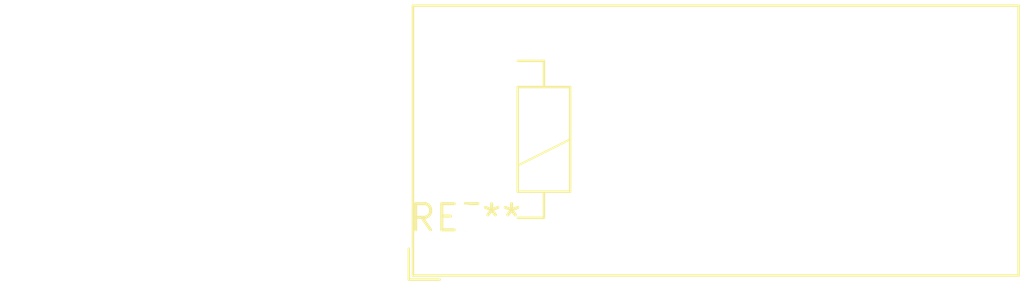
<source format=kicad_pcb>
(kicad_pcb (version 20240108) (generator pcbnew)
  (layers (0 "F.Cu" signal) (31 "B.Cu" signal) (34 "B.Paste" user) (35 "F.Paste" user) (36 "B.SilkS" user "B.Silkscreen") (37 "F.SilkS" user "F.Silkscreen") (38 "B.Mask" user) (39 "F.Mask" user) (44 "Edge.Cuts" user))
  (net 0 "")
  (footprint "Relay_SPST_Schrack-RT1-16A-FormA_RM5mm" (layer "F.Cu") (at 0 0)
    (property "Reference" "REF**")
    (property "Value" "Relay_SPST_Schrack-RT1-16A-FormA_RM5mm")
    (fp_line (start -2.75 1.5) (end -2.75 3) (layer "F.SilkS") (stroke (width 0.12)))
    (fp_line (start -2.75 3) (end -1.25 3) (layer "F.SilkS") (stroke (width 0.12)))
    (fp_line (start -2.55 -10.3) (end -2.55 2.8) (layer "F.SilkS") (stroke (width 0.12)))
    (fp_line (start -2.55 2.8) (end 26.85 2.8) (layer "F.SilkS") (stroke (width 0.12)))
    (fp_line (start 2.54 -6.35) (end 2.54 -1.27) (layer "F.SilkS") (stroke (width 0.12)))
    (fp_line (start 2.54 -2.54) (end 5.08 -3.81) (layer "F.SilkS") (stroke (width 0.1)))
    (fp_line (start 2.54 -1.27) (end 3.81 -1.27) (layer "F.SilkS") (stroke (width 0.12)))
    (fp_line (start 2.54 0) (end 3.81 0) (layer "F.SilkS") (stroke (width 0.12)))
    (fp_line (start 3.81 -7.62) (end 2.54 -7.62) (layer "F.SilkS") (stroke (width 0.12)))
    (fp_line (start 3.81 -6.35) (end 3.81 -7.62) (layer "F.SilkS") (stroke (width 0.12)))
    (fp_line (start 3.81 -1.27) (end 5.08 -1.27) (layer "F.SilkS") (stroke (width 0.12)))
    (fp_line (start 3.81 0) (end 3.81 -1.27) (layer "F.SilkS") (stroke (width 0.12)))
    (fp_line (start 5.08 -6.35) (end 2.54 -6.35) (layer "F.SilkS") (stroke (width 0.12)))
    (fp_line (start 5.08 -1.27) (end 5.08 -6.35) (layer "F.SilkS") (stroke (width 0.12)))
    (fp_line (start 26.85 -10.3) (end -2.55 -10.3) (layer "F.SilkS") (stroke (width 0.12)))
    (fp_line (start 26.85 2.8) (end 26.85 -10.3) (layer "F.SilkS") (stroke (width 0.12)))
    (pad "11" thru_hole oval (at 20.3 -7.5 180) (size 2 3) (drill 1.3) (layers *.Cu *.Mask) (remove_unused_layers))
    (pad "11" thru_hole oval (at 20.3 0 180) (size 2 3) (drill 1.3) (layers *.Cu *.Mask) (remove_unused_layers))
    (pad "14" thru_hole oval (at 25.34 -7.5 180) (size 2 3) (drill 1.3) (layers *.Cu *.Mask) (remove_unused_layers))
    (pad "14" thru_hole oval (at 25.34 0 180) (size 2 3) (drill 1.3) (layers *.Cu *.Mask) (remove_unused_layers))
    (pad "A1" thru_hole rect (at 0 0 180) (size 3 2) (drill 1.3) (layers *.Cu *.Mask) (remove_unused_layers))
    (pad "A2" thru_hole oval (at 0 -7.5 180) (size 3 2) (drill 1.3) (layers *.Cu *.Mask) (remove_unused_layers))
  )
)
</source>
